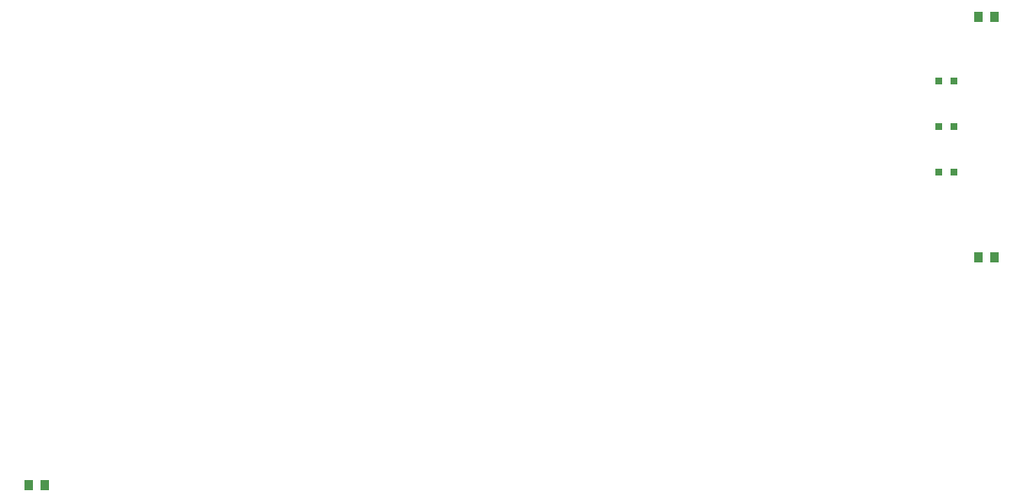
<source format=gbr>
G04 EAGLE Gerber RS-274X export*
G75*
%MOMM*%
%FSLAX34Y34*%
%LPD*%
%INSolderpaste Top*%
%IPPOS*%
%AMOC8*
5,1,8,0,0,1.08239X$1,22.5*%
G01*
%ADD10R,0.800000X0.800000*%
%ADD11R,0.949959X1.031241*%


D10*
X929760Y402590D03*
X944760Y402590D03*
X929760Y448310D03*
X944760Y448310D03*
X929760Y494030D03*
X944760Y494030D03*
D11*
X969899Y558800D03*
X985901Y558800D03*
X969899Y317500D03*
X985901Y317500D03*
X17399Y88900D03*
X33401Y88900D03*
M02*

</source>
